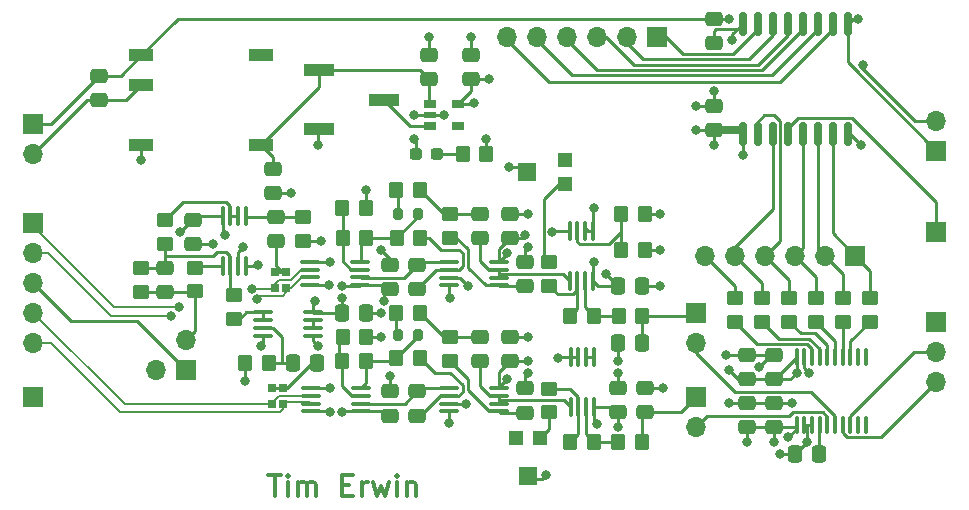
<source format=gtl>
G04 #@! TF.GenerationSoftware,KiCad,Pcbnew,7.0.8*
G04 #@! TF.CreationDate,2024-04-12T14:18:42-07:00*
G04 #@! TF.ProjectId,2-channel-EEG,322d6368-616e-46e6-956c-2d4545472e6b,rev?*
G04 #@! TF.SameCoordinates,Original*
G04 #@! TF.FileFunction,Copper,L1,Top*
G04 #@! TF.FilePolarity,Positive*
%FSLAX46Y46*%
G04 Gerber Fmt 4.6, Leading zero omitted, Abs format (unit mm)*
G04 Created by KiCad (PCBNEW 7.0.8) date 2024-04-12 14:18:42*
%MOMM*%
%LPD*%
G01*
G04 APERTURE LIST*
G04 Aperture macros list*
%AMRoundRect*
0 Rectangle with rounded corners*
0 $1 Rounding radius*
0 $2 $3 $4 $5 $6 $7 $8 $9 X,Y pos of 4 corners*
0 Add a 4 corners polygon primitive as box body*
4,1,4,$2,$3,$4,$5,$6,$7,$8,$9,$2,$3,0*
0 Add four circle primitives for the rounded corners*
1,1,$1+$1,$2,$3*
1,1,$1+$1,$4,$5*
1,1,$1+$1,$6,$7*
1,1,$1+$1,$8,$9*
0 Add four rect primitives between the rounded corners*
20,1,$1+$1,$2,$3,$4,$5,0*
20,1,$1+$1,$4,$5,$6,$7,0*
20,1,$1+$1,$6,$7,$8,$9,0*
20,1,$1+$1,$8,$9,$2,$3,0*%
G04 Aperture macros list end*
%ADD10C,0.300000*%
G04 #@! TA.AperFunction,NonConductor*
%ADD11C,0.300000*%
G04 #@! TD*
G04 #@! TA.AperFunction,SMDPad,CuDef*
%ADD12RoundRect,0.250000X-0.475000X0.337500X-0.475000X-0.337500X0.475000X-0.337500X0.475000X0.337500X0*%
G04 #@! TD*
G04 #@! TA.AperFunction,SMDPad,CuDef*
%ADD13RoundRect,0.200000X0.200000X0.275000X-0.200000X0.275000X-0.200000X-0.275000X0.200000X-0.275000X0*%
G04 #@! TD*
G04 #@! TA.AperFunction,ComponentPad*
%ADD14R,1.700000X1.700000*%
G04 #@! TD*
G04 #@! TA.AperFunction,ComponentPad*
%ADD15O,1.700000X1.700000*%
G04 #@! TD*
G04 #@! TA.AperFunction,SMDPad,CuDef*
%ADD16RoundRect,0.250000X0.350000X0.450000X-0.350000X0.450000X-0.350000X-0.450000X0.350000X-0.450000X0*%
G04 #@! TD*
G04 #@! TA.AperFunction,SMDPad,CuDef*
%ADD17RoundRect,0.250000X-0.450000X0.350000X-0.450000X-0.350000X0.450000X-0.350000X0.450000X0.350000X0*%
G04 #@! TD*
G04 #@! TA.AperFunction,SMDPad,CuDef*
%ADD18RoundRect,0.100000X-0.712500X-0.100000X0.712500X-0.100000X0.712500X0.100000X-0.712500X0.100000X0*%
G04 #@! TD*
G04 #@! TA.AperFunction,SMDPad,CuDef*
%ADD19RoundRect,0.250000X-0.350000X-0.450000X0.350000X-0.450000X0.350000X0.450000X-0.350000X0.450000X0*%
G04 #@! TD*
G04 #@! TA.AperFunction,SMDPad,CuDef*
%ADD20RoundRect,0.250000X0.337500X0.475000X-0.337500X0.475000X-0.337500X-0.475000X0.337500X-0.475000X0*%
G04 #@! TD*
G04 #@! TA.AperFunction,SMDPad,CuDef*
%ADD21RoundRect,0.100000X-0.100000X0.712500X-0.100000X-0.712500X0.100000X-0.712500X0.100000X0.712500X0*%
G04 #@! TD*
G04 #@! TA.AperFunction,SMDPad,CuDef*
%ADD22RoundRect,0.250000X0.475000X-0.337500X0.475000X0.337500X-0.475000X0.337500X-0.475000X-0.337500X0*%
G04 #@! TD*
G04 #@! TA.AperFunction,SMDPad,CuDef*
%ADD23RoundRect,0.100000X0.100000X-0.637500X0.100000X0.637500X-0.100000X0.637500X-0.100000X-0.637500X0*%
G04 #@! TD*
G04 #@! TA.AperFunction,SMDPad,CuDef*
%ADD24RoundRect,0.250000X0.450000X-0.350000X0.450000X0.350000X-0.450000X0.350000X-0.450000X-0.350000X0*%
G04 #@! TD*
G04 #@! TA.AperFunction,SMDPad,CuDef*
%ADD25RoundRect,0.150000X0.150000X-0.875000X0.150000X0.875000X-0.150000X0.875000X-0.150000X-0.875000X0*%
G04 #@! TD*
G04 #@! TA.AperFunction,SMDPad,CuDef*
%ADD26RoundRect,0.250000X-0.337500X-0.475000X0.337500X-0.475000X0.337500X0.475000X-0.337500X0.475000X0*%
G04 #@! TD*
G04 #@! TA.AperFunction,SMDPad,CuDef*
%ADD27R,2.100000X1.000000*%
G04 #@! TD*
G04 #@! TA.AperFunction,SMDPad,CuDef*
%ADD28R,2.500000X1.000000*%
G04 #@! TD*
G04 #@! TA.AperFunction,SMDPad,CuDef*
%ADD29R,0.640000X0.700000*%
G04 #@! TD*
G04 #@! TA.AperFunction,SMDPad,CuDef*
%ADD30R,1.200000X1.200000*%
G04 #@! TD*
G04 #@! TA.AperFunction,SMDPad,CuDef*
%ADD31R,1.500000X1.600000*%
G04 #@! TD*
G04 #@! TA.AperFunction,SMDPad,CuDef*
%ADD32R,1.600000X1.500000*%
G04 #@! TD*
G04 #@! TA.AperFunction,SMDPad,CuDef*
%ADD33R,1.000000X0.800000*%
G04 #@! TD*
G04 #@! TA.AperFunction,SMDPad,CuDef*
%ADD34R,1.000000X0.600000*%
G04 #@! TD*
G04 #@! TA.AperFunction,SMDPad,CuDef*
%ADD35RoundRect,0.237500X-0.287500X-0.237500X0.287500X-0.237500X0.287500X0.237500X-0.287500X0.237500X0*%
G04 #@! TD*
G04 #@! TA.AperFunction,SMDPad,CuDef*
%ADD36RoundRect,0.100000X0.100000X-0.712500X0.100000X0.712500X-0.100000X0.712500X-0.100000X-0.712500X0*%
G04 #@! TD*
G04 #@! TA.AperFunction,ViaPad*
%ADD37C,0.800000*%
G04 #@! TD*
G04 #@! TA.AperFunction,Conductor*
%ADD38C,0.250000*%
G04 #@! TD*
G04 #@! TA.AperFunction,Conductor*
%ADD39C,0.700000*%
G04 #@! TD*
G04 #@! TA.AperFunction,Conductor*
%ADD40C,0.200000*%
G04 #@! TD*
G04 APERTURE END LIST*
D10*
D11*
X146672796Y-121154114D02*
X147701368Y-121154114D01*
X147187082Y-122954114D02*
X147187082Y-121154114D01*
X148301368Y-122954114D02*
X148301368Y-121754114D01*
X148301368Y-121154114D02*
X148215654Y-121239828D01*
X148215654Y-121239828D02*
X148301368Y-121325542D01*
X148301368Y-121325542D02*
X148387082Y-121239828D01*
X148387082Y-121239828D02*
X148301368Y-121154114D01*
X148301368Y-121154114D02*
X148301368Y-121325542D01*
X149158511Y-122954114D02*
X149158511Y-121754114D01*
X149158511Y-121925542D02*
X149244225Y-121839828D01*
X149244225Y-121839828D02*
X149415654Y-121754114D01*
X149415654Y-121754114D02*
X149672797Y-121754114D01*
X149672797Y-121754114D02*
X149844225Y-121839828D01*
X149844225Y-121839828D02*
X149929940Y-122011257D01*
X149929940Y-122011257D02*
X149929940Y-122954114D01*
X149929940Y-122011257D02*
X150015654Y-121839828D01*
X150015654Y-121839828D02*
X150187082Y-121754114D01*
X150187082Y-121754114D02*
X150444225Y-121754114D01*
X150444225Y-121754114D02*
X150615654Y-121839828D01*
X150615654Y-121839828D02*
X150701368Y-122011257D01*
X150701368Y-122011257D02*
X150701368Y-122954114D01*
X152929940Y-122011257D02*
X153529940Y-122011257D01*
X153787083Y-122954114D02*
X152929940Y-122954114D01*
X152929940Y-122954114D02*
X152929940Y-121154114D01*
X152929940Y-121154114D02*
X153787083Y-121154114D01*
X154558511Y-122954114D02*
X154558511Y-121754114D01*
X154558511Y-122096971D02*
X154644225Y-121925542D01*
X154644225Y-121925542D02*
X154729940Y-121839828D01*
X154729940Y-121839828D02*
X154901368Y-121754114D01*
X154901368Y-121754114D02*
X155072797Y-121754114D01*
X155501368Y-121754114D02*
X155844226Y-122954114D01*
X155844226Y-122954114D02*
X156187083Y-122096971D01*
X156187083Y-122096971D02*
X156529940Y-122954114D01*
X156529940Y-122954114D02*
X156872797Y-121754114D01*
X157558511Y-122954114D02*
X157558511Y-121754114D01*
X157558511Y-121154114D02*
X157472797Y-121239828D01*
X157472797Y-121239828D02*
X157558511Y-121325542D01*
X157558511Y-121325542D02*
X157644225Y-121239828D01*
X157644225Y-121239828D02*
X157558511Y-121154114D01*
X157558511Y-121154114D02*
X157558511Y-121325542D01*
X158415654Y-121754114D02*
X158415654Y-122954114D01*
X158415654Y-121925542D02*
X158501368Y-121839828D01*
X158501368Y-121839828D02*
X158672797Y-121754114D01*
X158672797Y-121754114D02*
X158929940Y-121754114D01*
X158929940Y-121754114D02*
X159101368Y-121839828D01*
X159101368Y-121839828D02*
X159187083Y-122011257D01*
X159187083Y-122011257D02*
X159187083Y-122954114D01*
D12*
X164592000Y-99038500D03*
X164592000Y-101113500D03*
D13*
X159305000Y-109344453D03*
X157655000Y-109344453D03*
D14*
X196342000Y-102616000D03*
D15*
X193802000Y-102616000D03*
X191262000Y-102616000D03*
X188722000Y-102616000D03*
X186182000Y-102616000D03*
X183642000Y-102616000D03*
D12*
X168402000Y-103102500D03*
X168402000Y-105177500D03*
D14*
X126746000Y-114554000D03*
D16*
X154940000Y-101092000D03*
X152940000Y-101092000D03*
D17*
X143764000Y-105934000D03*
X143764000Y-107934000D03*
D16*
X154924000Y-111506000D03*
X152924000Y-111506000D03*
D18*
X146223500Y-107412000D03*
X146223500Y-108062000D03*
X146223500Y-108712000D03*
X146223500Y-109362000D03*
X150448500Y-109362000D03*
X150448500Y-108712000D03*
X150448500Y-108062000D03*
X150448500Y-107412000D03*
D19*
X172228000Y-118364000D03*
X174228000Y-118364000D03*
D20*
X154961500Y-107442000D03*
X152886500Y-107442000D03*
D13*
X159321000Y-99060000D03*
X157671000Y-99060000D03*
D21*
X174122500Y-100503500D03*
X173472500Y-100503500D03*
X172822500Y-100503500D03*
X172172500Y-100503500D03*
X172172500Y-104728500D03*
X172822500Y-104728500D03*
X173472500Y-104728500D03*
X174122500Y-104728500D03*
D17*
X190754000Y-106188000D03*
X190754000Y-108188000D03*
D12*
X160274000Y-85576500D03*
X160274000Y-87651500D03*
X189484000Y-115040500D03*
X189484000Y-117115500D03*
D22*
X184404000Y-91969500D03*
X184404000Y-89894500D03*
D12*
X189484000Y-110976500D03*
X189484000Y-113051500D03*
X187198000Y-110976500D03*
X187198000Y-113051500D03*
X159258000Y-103356500D03*
X159258000Y-105431500D03*
D23*
X191385000Y-116908500D03*
X192035000Y-116908500D03*
X192685000Y-116908500D03*
X193335000Y-116908500D03*
X193985000Y-116908500D03*
X194635000Y-116908500D03*
X195285000Y-116908500D03*
X195935000Y-116908500D03*
X196585000Y-116908500D03*
X197235000Y-116908500D03*
X197235000Y-111183500D03*
X196585000Y-111183500D03*
X195935000Y-111183500D03*
X195285000Y-111183500D03*
X194635000Y-111183500D03*
X193985000Y-111183500D03*
X193335000Y-111183500D03*
X192685000Y-111183500D03*
X192035000Y-111183500D03*
X191385000Y-111183500D03*
D24*
X170434000Y-115848250D03*
X170434000Y-113848250D03*
D25*
X186817000Y-92280000D03*
X188087000Y-92280000D03*
X189357000Y-92280000D03*
X190627000Y-92280000D03*
X191897000Y-92280000D03*
X193167000Y-92280000D03*
X194437000Y-92280000D03*
X195707000Y-92280000D03*
X195707000Y-82980000D03*
X194437000Y-82980000D03*
X193167000Y-82980000D03*
X191897000Y-82980000D03*
X190627000Y-82980000D03*
X189357000Y-82980000D03*
X188087000Y-82980000D03*
X186817000Y-82980000D03*
D12*
X132334000Y-87354500D03*
X132334000Y-89429500D03*
D18*
X150287500Y-113833000D03*
X150287500Y-114483000D03*
X150287500Y-115133000D03*
X150287500Y-115783000D03*
X154512500Y-115783000D03*
X154512500Y-115133000D03*
X154512500Y-114483000D03*
X154512500Y-113833000D03*
D22*
X184404000Y-84603500D03*
X184404000Y-82528500D03*
D26*
X176254500Y-109982000D03*
X178329500Y-109982000D03*
X176254500Y-105156000D03*
X178329500Y-105156000D03*
D17*
X188468000Y-106188000D03*
X188468000Y-108188000D03*
D14*
X203200000Y-100584000D03*
D17*
X186182000Y-106188000D03*
X186182000Y-108188000D03*
D27*
X135920000Y-85598000D03*
X135920000Y-88138000D03*
X135920000Y-93218000D03*
X146020000Y-93218000D03*
X146020000Y-85598000D03*
D22*
X140320000Y-101621500D03*
X140320000Y-99546500D03*
D19*
X152940000Y-109474000D03*
X154940000Y-109474000D03*
D28*
X150920000Y-86908000D03*
X156420000Y-89408000D03*
X150920000Y-91908000D03*
D14*
X139700000Y-112268000D03*
D15*
X139700000Y-109728000D03*
X137160000Y-112268000D03*
D16*
X159480000Y-111252000D03*
X157480000Y-111252000D03*
D12*
X156972000Y-103356500D03*
X156972000Y-105431500D03*
D16*
X159480000Y-107442000D03*
X157480000Y-107442000D03*
D29*
X148160500Y-103956000D03*
X147220500Y-103956000D03*
X147220500Y-105356000D03*
X148160500Y-105356000D03*
D30*
X171780000Y-96504000D03*
D31*
X168530000Y-95504000D03*
D30*
X171780000Y-94504000D03*
D17*
X195326000Y-106204000D03*
X195326000Y-108204000D03*
X137922000Y-99584000D03*
X137922000Y-101584000D03*
D18*
X161971500Y-103165000D03*
X161971500Y-103815000D03*
X161971500Y-104465000D03*
X161971500Y-105115000D03*
X166196500Y-105115000D03*
X166196500Y-104465000D03*
X166196500Y-103815000D03*
X166196500Y-103165000D03*
D14*
X182880000Y-107437000D03*
D15*
X182880000Y-109977000D03*
D14*
X203200000Y-108204000D03*
D15*
X203200000Y-110744000D03*
X203200000Y-113284000D03*
D24*
X140462000Y-105632000D03*
X140462000Y-103632000D03*
D18*
X150228500Y-103124000D03*
X150228500Y-103774000D03*
X150228500Y-104424000D03*
X150228500Y-105074000D03*
X154453500Y-105074000D03*
X154453500Y-104424000D03*
X154453500Y-103774000D03*
X154453500Y-103124000D03*
D12*
X163830000Y-85576500D03*
X163830000Y-87651500D03*
X164592000Y-109452500D03*
X164592000Y-111527500D03*
D16*
X159496000Y-97028000D03*
X157496000Y-97028000D03*
D24*
X162052000Y-111506000D03*
X162052000Y-109506000D03*
D22*
X176276000Y-115845500D03*
X176276000Y-113770500D03*
D24*
X162052000Y-101076000D03*
X162052000Y-99076000D03*
D17*
X170434000Y-103140000D03*
X170434000Y-105140000D03*
D22*
X137922000Y-105685500D03*
X137922000Y-103610500D03*
D16*
X178308000Y-107696000D03*
X176308000Y-107696000D03*
D12*
X159258000Y-114064750D03*
X159258000Y-116139750D03*
D21*
X174203000Y-111171500D03*
X173553000Y-111171500D03*
X172903000Y-111171500D03*
X172253000Y-111171500D03*
X172253000Y-115396500D03*
X172903000Y-115396500D03*
X173553000Y-115396500D03*
X174203000Y-115396500D03*
D18*
X161971500Y-113833000D03*
X161971500Y-114483000D03*
X161971500Y-115133000D03*
X161971500Y-115783000D03*
X166196500Y-115783000D03*
X166196500Y-115133000D03*
X166196500Y-114483000D03*
X166196500Y-113833000D03*
D26*
X148742000Y-111689000D03*
X150817000Y-111689000D03*
D30*
X169656000Y-118034000D03*
D32*
X168656000Y-121284000D03*
D30*
X167656000Y-118034000D03*
D15*
X126746000Y-93975000D03*
D14*
X126746000Y-91435000D03*
D17*
X193040000Y-106188000D03*
X193040000Y-108188000D03*
X197612000Y-106188000D03*
X197612000Y-108188000D03*
D12*
X187198000Y-115040500D03*
X187198000Y-117115500D03*
X156972000Y-114064750D03*
X156972000Y-116139750D03*
D19*
X152908000Y-98552000D03*
X154908000Y-98552000D03*
X176546000Y-102108000D03*
X178546000Y-102108000D03*
D12*
X168402000Y-113810750D03*
X168402000Y-115885750D03*
D24*
X135890000Y-105648000D03*
X135890000Y-103648000D03*
X149606000Y-101346000D03*
X149606000Y-99346000D03*
D19*
X172228000Y-107696000D03*
X174228000Y-107696000D03*
D14*
X126746000Y-99822000D03*
D15*
X126746000Y-102362000D03*
X126746000Y-104902000D03*
X126746000Y-107442000D03*
X126746000Y-109982000D03*
D16*
X159512000Y-101092000D03*
X157512000Y-101092000D03*
D15*
X203200000Y-91186000D03*
D14*
X203200000Y-93726000D03*
D12*
X167132000Y-109452500D03*
X167132000Y-111527500D03*
D14*
X182880000Y-114554000D03*
D15*
X182880000Y-117094000D03*
D19*
X144715500Y-111689000D03*
X146715500Y-111689000D03*
D22*
X147066000Y-97303500D03*
X147066000Y-95228500D03*
D33*
X160344000Y-89728000D03*
D34*
X160344000Y-90678000D03*
D33*
X160344000Y-91628000D03*
X162744000Y-91628000D03*
X162744000Y-89728000D03*
D29*
X147906500Y-113792000D03*
X146966500Y-113792000D03*
X146966500Y-115192000D03*
X147906500Y-115192000D03*
D12*
X147320000Y-99292500D03*
X147320000Y-101367500D03*
D16*
X178292000Y-118364000D03*
X176292000Y-118364000D03*
X178546000Y-99060000D03*
X176546000Y-99060000D03*
D20*
X193315500Y-119380000D03*
X191240500Y-119380000D03*
D12*
X178562000Y-113770500D03*
X178562000Y-115845500D03*
D14*
X179578000Y-84074000D03*
D15*
X177038000Y-84074000D03*
X174498000Y-84074000D03*
X171958000Y-84074000D03*
X169418000Y-84074000D03*
X166878000Y-84074000D03*
D12*
X167132000Y-99038500D03*
X167132000Y-101113500D03*
D19*
X163100000Y-93980000D03*
X165100000Y-93980000D03*
D35*
X159161000Y-93980000D03*
X160911000Y-93980000D03*
D36*
X142789000Y-103458500D03*
X143439000Y-103458500D03*
X144089000Y-103458500D03*
X144739000Y-103458500D03*
X144739000Y-99233500D03*
X144089000Y-99233500D03*
X143439000Y-99233500D03*
X142789000Y-99233500D03*
D37*
X185674000Y-82550000D03*
X196596000Y-82550000D03*
X156210000Y-107442000D03*
X163830000Y-84074000D03*
X150876000Y-110236000D03*
X156210000Y-102108000D03*
X191008000Y-115062000D03*
X145796000Y-103378000D03*
X179832000Y-105156000D03*
X151833000Y-105115000D03*
X160274000Y-84074000D03*
X159004000Y-92710000D03*
X188214000Y-112014000D03*
X141986000Y-101600000D03*
X196850000Y-93218000D03*
X161971500Y-116759500D03*
X146050000Y-110236000D03*
X162052000Y-106172000D03*
X185674000Y-115062000D03*
X150876000Y-93218000D03*
X135890000Y-94488000D03*
X170688000Y-100584000D03*
X185420000Y-110998000D03*
X156972000Y-112776000D03*
X168656000Y-99060000D03*
X189992000Y-119380000D03*
X151892000Y-115824000D03*
X151892000Y-113792000D03*
X179832000Y-99060000D03*
X159004000Y-90678000D03*
X192409000Y-112522000D03*
X148590000Y-97282000D03*
X192278000Y-118364000D03*
X161544000Y-90678000D03*
X151892000Y-103124000D03*
X176276000Y-112522000D03*
X168656000Y-109474000D03*
X184404000Y-88646000D03*
X182880000Y-89916000D03*
X171196000Y-111252000D03*
X156464000Y-106426000D03*
X139192000Y-100584000D03*
X184404000Y-93218000D03*
X165354000Y-87630000D03*
X166878000Y-113030000D03*
X143002000Y-100838000D03*
X191393000Y-112522000D03*
X168656000Y-111506000D03*
X182880000Y-91948000D03*
X174498000Y-116840000D03*
X165100000Y-92710000D03*
X168402000Y-100838000D03*
X189484000Y-118364000D03*
X176276000Y-117064500D03*
X166878000Y-102362000D03*
X152908000Y-106172000D03*
X186817000Y-94107000D03*
X152908000Y-115824000D03*
X187198000Y-118364000D03*
X179832000Y-102108000D03*
X175260000Y-104140000D03*
X150622000Y-106426000D03*
X185674000Y-112268000D03*
X164084000Y-89662000D03*
X190650973Y-117983198D03*
X174244000Y-103124000D03*
X152908000Y-105156000D03*
X176276000Y-111506000D03*
X144715500Y-113219500D03*
X163576000Y-105156000D03*
X167004000Y-95124000D03*
X180086000Y-113792000D03*
X168656000Y-101854000D03*
X163393000Y-115133000D03*
X144526000Y-101854000D03*
X168656000Y-112562250D03*
X156210000Y-109474000D03*
X174244000Y-98552000D03*
X151130000Y-101346000D03*
X170180000Y-121158000D03*
X154940000Y-97028000D03*
X145288000Y-105410000D03*
X139136755Y-106934000D03*
X145734991Y-106303982D03*
X138430000Y-107696000D03*
X185928000Y-84328000D03*
X196981299Y-86482701D03*
D38*
X147066000Y-95228500D02*
X147066000Y-94264000D01*
X147066000Y-94264000D02*
X146020000Y-93218000D01*
X182880000Y-114554000D02*
X181588500Y-115845500D01*
X181588500Y-115845500D02*
X178562000Y-115845500D01*
X203200000Y-113284000D02*
X198513000Y-117971000D01*
X195285000Y-117597042D02*
X195285000Y-116908500D01*
X198513000Y-117971000D02*
X195658958Y-117971000D01*
X195658958Y-117971000D02*
X195285000Y-117597042D01*
X184404000Y-82528500D02*
X138989500Y-82528500D01*
X196137000Y-82550000D02*
X195707000Y-82980000D01*
X184404000Y-82528500D02*
X185652500Y-82528500D01*
X134163500Y-87354500D02*
X135920000Y-85598000D01*
X138989500Y-82528500D02*
X135920000Y-85598000D01*
X185652500Y-82528500D02*
X185674000Y-82550000D01*
X128253500Y-91435000D02*
X132334000Y-87354500D01*
X126746000Y-91435000D02*
X128253500Y-91435000D01*
X195707000Y-86233000D02*
X203200000Y-93726000D01*
X132334000Y-87354500D02*
X134163500Y-87354500D01*
X196596000Y-82550000D02*
X196137000Y-82550000D01*
X195707000Y-82980000D02*
X195707000Y-86233000D01*
X134628500Y-89429500D02*
X135920000Y-88138000D01*
X131291500Y-89429500D02*
X126746000Y-93975000D01*
X132334000Y-89429500D02*
X134628500Y-89429500D01*
X132334000Y-89429500D02*
X131291500Y-89429500D01*
X195707000Y-92280000D02*
X195912000Y-92280000D01*
X191240500Y-119380000D02*
X189992000Y-119380000D01*
X195912000Y-92280000D02*
X196850000Y-93218000D01*
X159004000Y-92710000D02*
X159161000Y-92867000D01*
X187198000Y-115040500D02*
X189484000Y-115040500D01*
X144739000Y-103458500D02*
X145715500Y-103458500D01*
X140320000Y-101621500D02*
X141964500Y-101621500D01*
X192035000Y-111183500D02*
X192035000Y-112148000D01*
X172172500Y-100503500D02*
X170768500Y-100503500D01*
X159004000Y-90678000D02*
X160344000Y-90678000D01*
X150287500Y-113833000D02*
X151851000Y-113833000D01*
X192278000Y-116908500D02*
X192685000Y-116908500D01*
X185441500Y-110976500D02*
X185420000Y-110998000D01*
X189251500Y-110976500D02*
X188214000Y-112014000D01*
X168634500Y-109452500D02*
X168656000Y-109474000D01*
X150876000Y-93218000D02*
X150876000Y-91952000D01*
X178562000Y-99060000D02*
X179832000Y-99060000D01*
X150228500Y-105074000D02*
X150268000Y-105074000D01*
X156972000Y-114064750D02*
X156972000Y-112776000D01*
X167132000Y-99038500D02*
X168634500Y-99038500D01*
X156972000Y-102870000D02*
X156972000Y-103356500D01*
X147066000Y-97303500D02*
X147253500Y-97303500D01*
X170768500Y-100503500D02*
X170688000Y-100584000D01*
X161971500Y-116759500D02*
X161971500Y-115783000D01*
X135920000Y-94458000D02*
X135920000Y-93218000D01*
X189484000Y-110976500D02*
X189251500Y-110976500D01*
X192278000Y-116908500D02*
X192278000Y-118364000D01*
X135890000Y-94488000D02*
X135920000Y-94458000D01*
X192256500Y-118364000D02*
X191240500Y-119380000D01*
X147253500Y-97303500D02*
X147253500Y-97282000D01*
X187198000Y-115040500D02*
X185695500Y-115040500D01*
X156210000Y-102108000D02*
X156972000Y-102870000D01*
X190986500Y-115040500D02*
X191008000Y-115062000D01*
X150876000Y-110236000D02*
X150448500Y-109808500D01*
X187198000Y-110976500D02*
X189484000Y-110976500D01*
X154961500Y-107442000D02*
X156210000Y-107442000D01*
X187198000Y-110976500D02*
X185441500Y-110976500D01*
X151851000Y-113833000D02*
X151892000Y-113792000D01*
X146223500Y-110062500D02*
X146050000Y-110236000D01*
X150876000Y-91952000D02*
X150920000Y-91908000D01*
X192278000Y-118364000D02*
X192256500Y-118364000D01*
X150309000Y-105115000D02*
X151833000Y-105115000D01*
X141964500Y-101621500D02*
X141986000Y-101600000D01*
X150287500Y-103165000D02*
X151851000Y-103165000D01*
X161971500Y-105115000D02*
X161971500Y-106091500D01*
X171276500Y-111171500D02*
X171196000Y-111252000D01*
X168634500Y-99038500D02*
X168656000Y-99060000D01*
X185695500Y-115040500D02*
X185674000Y-115062000D01*
X150448500Y-109808500D02*
X150448500Y-109362000D01*
X192035000Y-116908500D02*
X192278000Y-116908500D01*
X172720000Y-111171500D02*
X172253000Y-111171500D01*
X172253000Y-111171500D02*
X171276500Y-111171500D01*
X159161000Y-92867000D02*
X159161000Y-93980000D01*
X182901500Y-89894500D02*
X182880000Y-89916000D01*
X161971500Y-106091500D02*
X162052000Y-106172000D01*
X150287500Y-115783000D02*
X151851000Y-115783000D01*
X167132000Y-109452500D02*
X168634500Y-109452500D01*
X148568500Y-97303500D02*
X148590000Y-97282000D01*
X176276000Y-113770500D02*
X176276000Y-112522000D01*
X146223500Y-109362000D02*
X146223500Y-110062500D01*
X160344000Y-90678000D02*
X161544000Y-90678000D01*
X192035000Y-112148000D02*
X192409000Y-112522000D01*
X163830000Y-85576500D02*
X163830000Y-84074000D01*
X150268000Y-105074000D02*
X150309000Y-105115000D01*
X147066000Y-97303500D02*
X148568500Y-97303500D01*
X145715500Y-103458500D02*
X145796000Y-103378000D01*
X178329500Y-105156000D02*
X179832000Y-105156000D01*
X178546000Y-99060000D02*
X178562000Y-99060000D01*
X160274000Y-85576500D02*
X160274000Y-84074000D01*
X184404000Y-89894500D02*
X182901500Y-89894500D01*
X151851000Y-115783000D02*
X151892000Y-115824000D01*
X184404000Y-89894500D02*
X184404000Y-88646000D01*
X151851000Y-103165000D02*
X151892000Y-103124000D01*
X189484000Y-115040500D02*
X190986500Y-115040500D01*
X175827000Y-115396500D02*
X176276000Y-115845500D01*
X168634500Y-111527500D02*
X167132000Y-111527500D01*
X152908000Y-105156000D02*
X154371500Y-105156000D01*
X140229500Y-99546500D02*
X139192000Y-100584000D01*
X154512500Y-115783000D02*
X152949000Y-115783000D01*
X156614500Y-105074000D02*
X156972000Y-105431500D01*
X174203000Y-116545000D02*
X174498000Y-116840000D01*
X184404000Y-91969500D02*
X182901500Y-91969500D01*
X166196500Y-112463000D02*
X167132000Y-111527500D01*
X150478500Y-107442000D02*
X150448500Y-107412000D01*
X174550000Y-105156000D02*
X174122500Y-104728500D01*
X189484000Y-117115500D02*
X191178000Y-117115500D01*
X163830000Y-87651500D02*
X165332500Y-87651500D01*
X178546000Y-102108000D02*
X179832000Y-102108000D01*
X164018000Y-89728000D02*
X164084000Y-89662000D01*
X163830000Y-87651500D02*
X163830000Y-88642000D01*
X142789000Y-99233500D02*
X142789000Y-100625000D01*
X189484000Y-113051500D02*
X190863500Y-113051500D01*
D39*
X184404000Y-91969500D02*
X186506500Y-91969500D01*
D38*
X174203000Y-115396500D02*
X175827000Y-115396500D01*
X187198000Y-113051500D02*
X186457500Y-113051500D01*
X168656000Y-111506000D02*
X168634500Y-111527500D01*
X189484000Y-113051500D02*
X189517000Y-113051500D01*
X186817000Y-94107000D02*
X186817000Y-92280000D01*
X176254500Y-105156000D02*
X174550000Y-105156000D01*
X187198000Y-117115500D02*
X189484000Y-117115500D01*
X154453500Y-105074000D02*
X156614500Y-105074000D01*
X166196500Y-102049000D02*
X167132000Y-101113500D01*
X152886500Y-107442000D02*
X152886500Y-106193500D01*
X175260000Y-104140000D02*
X176254500Y-105134500D01*
X150448500Y-106599500D02*
X150622000Y-106426000D01*
X190650973Y-117983198D02*
X191385000Y-117249171D01*
X166196500Y-113711500D02*
X166196500Y-113833000D01*
X142789000Y-99233500D02*
X140564000Y-99233500D01*
X140320000Y-99546500D02*
X140440500Y-99546500D01*
X176276000Y-115845500D02*
X176276000Y-117064500D01*
X182901500Y-91969500D02*
X182880000Y-91948000D01*
X156615250Y-115783000D02*
X156972000Y-116139750D01*
X174203000Y-115396500D02*
X174203000Y-116545000D01*
X165332500Y-87651500D02*
X165354000Y-87630000D01*
X186457500Y-113051500D02*
X185674000Y-112268000D01*
X140320000Y-99546500D02*
X140229500Y-99546500D01*
X165100000Y-93980000D02*
X165100000Y-92710000D01*
X189484000Y-117115500D02*
X189484000Y-118364000D01*
X166196500Y-103165000D02*
X166196500Y-102049000D01*
X168402000Y-100838000D02*
X168126500Y-101113500D01*
X166878000Y-113030000D02*
X166196500Y-113711500D01*
X162744000Y-89728000D02*
X164018000Y-89728000D01*
X166878000Y-102483500D02*
X166196500Y-103165000D01*
X156464000Y-106426000D02*
X156464000Y-105939500D01*
X189517000Y-113051500D02*
X191385000Y-111183500D01*
X154512500Y-115783000D02*
X156615250Y-115783000D01*
X152886500Y-106193500D02*
X152908000Y-106172000D01*
X142789000Y-100625000D02*
X143002000Y-100838000D01*
X152949000Y-115783000D02*
X152908000Y-115824000D01*
X187198000Y-113051500D02*
X189484000Y-113051500D01*
X186506500Y-91969500D02*
X186817000Y-92280000D01*
X184404000Y-93218000D02*
X184404000Y-91969500D01*
X191178000Y-117115500D02*
X191385000Y-116908500D01*
X167153500Y-111506000D02*
X167132000Y-111527500D01*
X154371500Y-105156000D02*
X154453500Y-105074000D01*
X166878000Y-102362000D02*
X166878000Y-102483500D01*
X166196500Y-113579000D02*
X166196500Y-112463000D01*
X187198000Y-117115500D02*
X187198000Y-118364000D01*
X190863500Y-113051500D02*
X191393000Y-112522000D01*
X152886500Y-107442000D02*
X150478500Y-107442000D01*
X191385000Y-117249171D02*
X191385000Y-116908500D01*
X174122500Y-103245500D02*
X174244000Y-103124000D01*
X191385000Y-111183500D02*
X191385000Y-112514000D01*
X168126500Y-101113500D02*
X167132000Y-101113500D01*
X156464000Y-105939500D02*
X156972000Y-105431500D01*
X150448500Y-107412000D02*
X150448500Y-106599500D01*
X163808500Y-87630000D02*
X163830000Y-87651500D01*
X191385000Y-112514000D02*
X191393000Y-112522000D01*
X176254500Y-105134500D02*
X176254500Y-105156000D01*
X174122500Y-104728500D02*
X174122500Y-103245500D01*
X163830000Y-88642000D02*
X162744000Y-89728000D01*
X140564000Y-99233500D02*
X140483500Y-99314000D01*
X161159000Y-114483000D02*
X161971500Y-114483000D01*
X162074042Y-112522000D02*
X160750000Y-112522000D01*
X159258000Y-116139750D02*
X159502250Y-116139750D01*
X162735042Y-114483000D02*
X163109000Y-114109042D01*
X159502250Y-116139750D02*
X161159000Y-114483000D01*
X161971500Y-114483000D02*
X162735042Y-114483000D01*
X163109000Y-113556958D02*
X162074042Y-112522000D01*
X160750000Y-112522000D02*
X159480000Y-111252000D01*
X163109000Y-114109042D02*
X163109000Y-113556958D01*
X160874500Y-103815000D02*
X161971500Y-103815000D01*
X160274000Y-101092000D02*
X161290000Y-102108000D01*
X163109000Y-102403000D02*
X163109000Y-103490000D01*
X159258000Y-105431500D02*
X160874500Y-103815000D01*
X161290000Y-102108000D02*
X162814000Y-102108000D01*
X163109000Y-103490000D02*
X162784000Y-103815000D01*
X162784000Y-103815000D02*
X161971500Y-103815000D01*
X162814000Y-102108000D02*
X163109000Y-102403000D01*
X159512000Y-101092000D02*
X160274000Y-101092000D01*
X172228000Y-118364000D02*
X172187750Y-118364000D01*
X172903000Y-115396500D02*
X172903000Y-114584000D01*
X172903000Y-115396500D02*
X172903000Y-117689000D01*
X172903000Y-117689000D02*
X172228000Y-118364000D01*
X172167250Y-113848250D02*
X170434000Y-113848250D01*
X172903000Y-114584000D02*
X172167250Y-113848250D01*
X172497500Y-105866000D02*
X172822500Y-105541000D01*
X172228000Y-107696000D02*
X172822500Y-107101500D01*
X172822500Y-107101500D02*
X172822500Y-104728500D01*
X171160000Y-105866000D02*
X172497500Y-105866000D01*
X172822500Y-105541000D02*
X172822500Y-104728500D01*
X170434000Y-105140000D02*
X171160000Y-105866000D01*
X168402000Y-112816250D02*
X168656000Y-112562250D01*
X173736000Y-100503500D02*
X173472500Y-100503500D01*
X168402000Y-103102500D02*
X168402000Y-102108000D01*
X168402000Y-95124000D02*
X168530000Y-94996000D01*
X176254500Y-109982000D02*
X176254500Y-111484500D01*
X169800000Y-121538000D02*
X170180000Y-121158000D01*
X144089000Y-102291000D02*
X144089000Y-103458500D01*
X166878000Y-95250000D02*
X167004000Y-95124000D01*
X154940000Y-98520000D02*
X154908000Y-98552000D01*
X149606000Y-101346000D02*
X151130000Y-101346000D01*
X168402000Y-113810750D02*
X168402000Y-112816250D01*
X144526000Y-101854000D02*
X144089000Y-102291000D01*
X154448000Y-98552000D02*
X154432000Y-98552000D01*
X173736000Y-100503500D02*
X173354000Y-100121500D01*
X176254500Y-111484500D02*
X176276000Y-111506000D01*
X168656000Y-121538000D02*
X169800000Y-121538000D01*
X163393000Y-115133000D02*
X161971500Y-115133000D01*
X154940000Y-97028000D02*
X154940000Y-98520000D01*
X161971500Y-104465000D02*
X162885000Y-104465000D01*
X162885000Y-104465000D02*
X163576000Y-105156000D01*
X167004000Y-95124000D02*
X168402000Y-95124000D01*
X178562000Y-113770500D02*
X180064500Y-113770500D01*
X168402000Y-102108000D02*
X168656000Y-101854000D01*
X174122500Y-100503500D02*
X173736000Y-100503500D01*
X144715500Y-113219500D02*
X144715500Y-111689000D01*
X154940000Y-109474000D02*
X156210000Y-109474000D01*
X174122500Y-100503500D02*
X174122500Y-98673500D01*
X174122500Y-98673500D02*
X174244000Y-98552000D01*
X178292000Y-118364000D02*
X178292000Y-116115500D01*
X178292000Y-116115500D02*
X178562000Y-115845500D01*
X178329500Y-107717500D02*
X178308000Y-107696000D01*
X182621000Y-107696000D02*
X182880000Y-107437000D01*
X178308000Y-107696000D02*
X182621000Y-107696000D01*
X178308000Y-109960500D02*
X178329500Y-109982000D01*
X178308000Y-107696000D02*
X178308000Y-109960500D01*
X137884500Y-105648000D02*
X137922000Y-105685500D01*
X140408500Y-105685500D02*
X140462000Y-105632000D01*
X135890000Y-105648000D02*
X137884500Y-105648000D01*
X137922000Y-105685500D02*
X140408500Y-105685500D01*
X140462000Y-105632000D02*
X140462000Y-108966000D01*
X140462000Y-108966000D02*
X139700000Y-109728000D01*
X193315500Y-116928000D02*
X193335000Y-116908500D01*
X193315500Y-119380000D02*
X193315500Y-116928000D01*
X161036000Y-94105000D02*
X160911000Y-93980000D01*
X160911000Y-93980000D02*
X163100000Y-93980000D01*
D40*
X139216581Y-106854174D02*
X139216581Y-106594011D01*
X147574000Y-104648000D02*
X147220500Y-105001500D01*
X133604000Y-106934000D02*
X139136755Y-106934000D01*
X150228500Y-103774000D02*
X149436764Y-103774000D01*
X139136755Y-106934000D02*
X139216581Y-106854174D01*
X147166500Y-105410000D02*
X147220500Y-105356000D01*
X126746000Y-99822000D02*
X126746000Y-100076000D01*
X149436764Y-103774000D02*
X148562764Y-104648000D01*
X145288000Y-105410000D02*
X147166500Y-105410000D01*
X148562764Y-104648000D02*
X147574000Y-104648000D01*
X126746000Y-100076000D02*
X133604000Y-106934000D01*
X147220500Y-105001500D02*
X147220500Y-105356000D01*
X147860500Y-106006000D02*
X148160500Y-105706000D01*
X128016000Y-102362000D02*
X133350000Y-107696000D01*
X148160500Y-105356000D02*
X148568312Y-105356000D01*
X145734991Y-106303982D02*
X146032973Y-106006000D01*
X149500312Y-104424000D02*
X150228500Y-104424000D01*
X146032973Y-106006000D02*
X147860500Y-106006000D01*
X148568312Y-105356000D02*
X149500312Y-104424000D01*
X126746000Y-102362000D02*
X128016000Y-102362000D01*
X133350000Y-107696000D02*
X138430000Y-107696000D01*
X148160500Y-105706000D02*
X148160500Y-105356000D01*
D38*
X129965000Y-108121000D02*
X135553000Y-108121000D01*
X135553000Y-108121000D02*
X139700000Y-112268000D01*
X126746000Y-104902000D02*
X129965000Y-108121000D01*
D40*
X147906500Y-115542000D02*
X147906500Y-115192000D01*
X147606500Y-115842000D02*
X147906500Y-115542000D01*
X134130000Y-115842000D02*
X147606500Y-115842000D01*
X150154500Y-115000000D02*
X150287500Y-115133000D01*
X126746000Y-109982000D02*
X128270000Y-109982000D01*
X128270000Y-109982000D02*
X134130000Y-115842000D01*
X147906500Y-115000000D02*
X150154500Y-115000000D01*
X134496000Y-115192000D02*
X126746000Y-107442000D01*
X146966500Y-115192000D02*
X134496000Y-115192000D01*
X147521236Y-114483000D02*
X150287500Y-114483000D01*
X146966500Y-115192000D02*
X146966500Y-115037736D01*
X146966500Y-115037736D02*
X147521236Y-114483000D01*
D38*
X193611042Y-115846000D02*
X193985000Y-116219958D01*
X191108958Y-115846000D02*
X193611042Y-115846000D01*
X190751958Y-116203000D02*
X191108958Y-115846000D01*
X193985000Y-116219958D02*
X193985000Y-116908500D01*
X183771000Y-116203000D02*
X190751958Y-116203000D01*
X182880000Y-117094000D02*
X183771000Y-116203000D01*
X194635000Y-116171000D02*
X194635000Y-116908500D01*
X182880000Y-109977000D02*
X182880000Y-110822344D01*
X192592000Y-114128000D02*
X194635000Y-116171000D01*
X186185656Y-114128000D02*
X192592000Y-114128000D01*
X182880000Y-110822344D02*
X186185656Y-114128000D01*
X201362000Y-110744000D02*
X195935000Y-116171000D01*
X195935000Y-116171000D02*
X195935000Y-116908500D01*
X203200000Y-110744000D02*
X201362000Y-110744000D01*
X188664000Y-90678000D02*
X188087000Y-91255000D01*
X188087000Y-91255000D02*
X188087000Y-92280000D01*
X188722000Y-102616000D02*
X189982000Y-101356000D01*
X189982000Y-91208248D02*
X189451752Y-90678000D01*
X189451752Y-90678000D02*
X188664000Y-90678000D01*
X190754000Y-106188000D02*
X190754000Y-104648000D01*
X190754000Y-104648000D02*
X188722000Y-102616000D01*
X189982000Y-101356000D02*
X189982000Y-91208248D01*
X193040000Y-106188000D02*
X193040000Y-104394000D01*
X191897000Y-101981000D02*
X191897000Y-91518000D01*
X191262000Y-102616000D02*
X191897000Y-101981000D01*
X193040000Y-104394000D02*
X191262000Y-102616000D01*
X193802000Y-102616000D02*
X193167000Y-101981000D01*
X195326000Y-104140000D02*
X193802000Y-102616000D01*
X193167000Y-101981000D02*
X193167000Y-92280000D01*
X195326000Y-106204000D02*
X195326000Y-104140000D01*
X197612000Y-103886000D02*
X196342000Y-102616000D01*
X197612000Y-106188000D02*
X197612000Y-103886000D01*
X194437000Y-100711000D02*
X194437000Y-92280000D01*
X196342000Y-102616000D02*
X194437000Y-100711000D01*
X186182000Y-105156000D02*
X183642000Y-102616000D01*
X186182000Y-106188000D02*
X186182000Y-105156000D01*
X188468000Y-104902000D02*
X186182000Y-102616000D01*
X188468000Y-106188000D02*
X188468000Y-104902000D01*
X186182000Y-102616000D02*
X186182000Y-101854000D01*
X186182000Y-101854000D02*
X189357000Y-98679000D01*
X189357000Y-98679000D02*
X189357000Y-91518000D01*
X203200000Y-100584000D02*
X203200000Y-98076248D01*
X196053752Y-90930000D02*
X191518000Y-90930000D01*
X190627000Y-91821000D02*
X190627000Y-92280000D01*
X203200000Y-98076248D02*
X196053752Y-90930000D01*
X190754000Y-91645000D02*
X190627000Y-91518000D01*
X191518000Y-90930000D02*
X190627000Y-91821000D01*
X180340000Y-84074000D02*
X181782000Y-85516000D01*
X185977752Y-85516000D02*
X188087000Y-83406752D01*
X181782000Y-85516000D02*
X185977752Y-85516000D01*
X179578000Y-84074000D02*
X180340000Y-84074000D01*
X188087000Y-83406752D02*
X188087000Y-82980000D01*
X177038000Y-84582000D02*
X178422000Y-85966000D01*
X187338000Y-85966000D02*
X189357000Y-83947000D01*
X177038000Y-84074000D02*
X177038000Y-84582000D01*
X178422000Y-85966000D02*
X187338000Y-85966000D01*
X189357000Y-83947000D02*
X189357000Y-82980000D01*
X175260000Y-84074000D02*
X177602000Y-86416000D01*
X174498000Y-84074000D02*
X175260000Y-84074000D01*
X177602000Y-86416000D02*
X188158000Y-86416000D01*
X190627000Y-83947000D02*
X190627000Y-82980000D01*
X188158000Y-86416000D02*
X190627000Y-83947000D01*
X171958000Y-84328000D02*
X174496000Y-86866000D01*
X174496000Y-86866000D02*
X188437752Y-86866000D01*
X191897000Y-83406752D02*
X191897000Y-82980000D01*
X171958000Y-84074000D02*
X171958000Y-84328000D01*
X188437752Y-86866000D02*
X191897000Y-83406752D01*
X193167000Y-83439000D02*
X193167000Y-82980000D01*
X169418000Y-84074000D02*
X169418000Y-84328000D01*
X189290000Y-87316000D02*
X193167000Y-83439000D01*
X172406000Y-87316000D02*
X189290000Y-87316000D01*
X169418000Y-84328000D02*
X172406000Y-87316000D01*
X170434000Y-87884000D02*
X189959752Y-87884000D01*
X166878000Y-84074000D02*
X166878000Y-84328000D01*
X189959752Y-87884000D02*
X194437000Y-83406752D01*
X166878000Y-84328000D02*
X170434000Y-87884000D01*
X194437000Y-83406752D02*
X194437000Y-82980000D01*
X152924000Y-111506000D02*
X152924000Y-113658042D01*
X152670000Y-111252000D02*
X152924000Y-111506000D01*
X153748958Y-114483000D02*
X154512500Y-114483000D01*
X152924000Y-113658042D02*
X153748958Y-114483000D01*
X152670000Y-109220000D02*
X152670000Y-111252000D01*
X165059000Y-105115000D02*
X166196500Y-105115000D01*
X163559000Y-102075000D02*
X163559000Y-103615000D01*
X162052000Y-100568000D02*
X163559000Y-102075000D01*
X163559000Y-103615000D02*
X165059000Y-105115000D01*
X166259000Y-105177500D02*
X166196500Y-105115000D01*
X168402000Y-105177500D02*
X166259000Y-105177500D01*
X152940000Y-101092000D02*
X152940000Y-98584000D01*
X152940000Y-98584000D02*
X152908000Y-98552000D01*
X154512500Y-103815000D02*
X153700000Y-103815000D01*
X153700000Y-103815000D02*
X152940000Y-103055000D01*
X152940000Y-103055000D02*
X152940000Y-101092000D01*
X165432958Y-114483000D02*
X166196500Y-114483000D01*
X171664500Y-114808000D02*
X172253000Y-115396500D01*
X166196500Y-114808000D02*
X166196500Y-114483000D01*
X166196500Y-115133000D02*
X166196500Y-114808000D01*
X166196500Y-114808000D02*
X171664500Y-114808000D01*
X164592000Y-111527500D02*
X164592000Y-113642042D01*
X164592000Y-113642042D02*
X165432958Y-114483000D01*
X172172500Y-104728500D02*
X171584000Y-104140000D01*
X164592000Y-100605500D02*
X164592000Y-103023000D01*
X166196500Y-104140000D02*
X166196500Y-103815000D01*
X165384000Y-103815000D02*
X166196500Y-103815000D01*
X164592000Y-103023000D02*
X165384000Y-103815000D01*
X171584000Y-104140000D02*
X166196500Y-104140000D01*
X166196500Y-104465000D02*
X166196500Y-104140000D01*
X143439000Y-103458500D02*
X143439000Y-102646000D01*
X143114000Y-102321000D02*
X142281000Y-102321000D01*
X143439000Y-103458500D02*
X143439000Y-105355000D01*
X142281000Y-102321000D02*
X141986000Y-102616000D01*
X135890000Y-103648000D02*
X137884500Y-103648000D01*
X137922000Y-102616000D02*
X137922000Y-103610500D01*
X137922000Y-101584000D02*
X137922000Y-102616000D01*
X143439000Y-105355000D02*
X143764000Y-105680000D01*
X137884500Y-103648000D02*
X137922000Y-103610500D01*
X143439000Y-102646000D02*
X143114000Y-102321000D01*
X141986000Y-102616000D02*
X137922000Y-102616000D01*
X147320000Y-99292500D02*
X144798000Y-99292500D01*
X147373500Y-99346000D02*
X147320000Y-99292500D01*
X144798000Y-99292500D02*
X144739000Y-99233500D01*
X149606000Y-99346000D02*
X147373500Y-99346000D01*
X158640000Y-91628000D02*
X160344000Y-91628000D01*
X156420000Y-89408000D02*
X158640000Y-91628000D01*
X147828000Y-103956000D02*
X147320000Y-103448000D01*
X147220500Y-103956000D02*
X147828000Y-103956000D01*
X147828000Y-103956000D02*
X148160500Y-103956000D01*
X147320000Y-103448000D02*
X147320000Y-101367500D01*
X186356000Y-83441000D02*
X186817000Y-82980000D01*
X196850000Y-86614000D02*
X196981299Y-86482701D01*
X185928000Y-84328000D02*
X185928000Y-83869000D01*
X184404000Y-84603500D02*
X184404000Y-83566000D01*
X184404000Y-83566000D02*
X184529000Y-83441000D01*
X184529000Y-83441000D02*
X186356000Y-83441000D01*
X185928000Y-83869000D02*
X186817000Y-82980000D01*
X203200000Y-91186000D02*
X201422000Y-91186000D01*
X201422000Y-91186000D02*
X196850000Y-86614000D01*
X147036000Y-108712000D02*
X147828000Y-109504000D01*
X146223500Y-108712000D02*
X147036000Y-108712000D01*
X147828000Y-109504000D02*
X147828000Y-111689000D01*
X147828000Y-111689000D02*
X146715500Y-111689000D01*
X148742000Y-111689000D02*
X147828000Y-111689000D01*
X147849500Y-113735000D02*
X147906500Y-113792000D01*
X147906500Y-113792000D02*
X148264674Y-113792000D01*
X148264674Y-113792000D02*
X150367674Y-111689000D01*
X147906500Y-113792000D02*
X146966500Y-113792000D01*
X150367674Y-111689000D02*
X150817000Y-111689000D01*
X143764000Y-99233500D02*
X144089000Y-99233500D01*
X143439000Y-99233500D02*
X143764000Y-99233500D01*
X137922000Y-99584000D02*
X139410000Y-98096000D01*
X143439000Y-98421000D02*
X143439000Y-99233500D01*
X143114000Y-98096000D02*
X143439000Y-98421000D01*
X139410000Y-98096000D02*
X143114000Y-98096000D01*
X192984000Y-109164000D02*
X193985000Y-110165000D01*
X190754000Y-108188000D02*
X191730000Y-109164000D01*
X191730000Y-109164000D02*
X192984000Y-109164000D01*
X193985000Y-110165000D02*
X193985000Y-111183500D01*
X194635000Y-109783000D02*
X194635000Y-111183500D01*
X193040000Y-108188000D02*
X194635000Y-109783000D01*
X173553000Y-117689000D02*
X174228000Y-118364000D01*
X176292000Y-118364000D02*
X174228000Y-118364000D01*
X173553000Y-115396500D02*
X173553000Y-117689000D01*
X162052000Y-109506000D02*
X164538500Y-109506000D01*
X162052000Y-109506000D02*
X161544000Y-109506000D01*
X161544000Y-109506000D02*
X159480000Y-107442000D01*
X164538500Y-109506000D02*
X164592000Y-109452500D01*
X165384000Y-115783000D02*
X163559000Y-113958000D01*
X163559000Y-113958000D02*
X163559000Y-113013000D01*
X166196500Y-115783000D02*
X165384000Y-115783000D01*
X166299250Y-115885750D02*
X166196500Y-115783000D01*
X163559000Y-113013000D02*
X162052000Y-111506000D01*
X168402000Y-115885750D02*
X166299250Y-115885750D01*
X164592000Y-99038500D02*
X162089500Y-99038500D01*
X162089500Y-99038500D02*
X162052000Y-99076000D01*
X162052000Y-99076000D02*
X161544000Y-99076000D01*
X161544000Y-99076000D02*
X159496000Y-97028000D01*
X170434000Y-117256000D02*
X169656000Y-118034000D01*
X170434000Y-115848250D02*
X170434000Y-117256000D01*
X171780000Y-95996000D02*
X169963000Y-97813000D01*
X169963000Y-102669000D02*
X170434000Y-103140000D01*
X169963000Y-97813000D02*
X169963000Y-102669000D01*
X175489000Y-101641000D02*
X173015000Y-101641000D01*
X172822500Y-101448500D02*
X172822500Y-100503500D01*
X176546000Y-100584000D02*
X176546000Y-99060000D01*
X176546000Y-100584000D02*
X175489000Y-101641000D01*
X176546000Y-102108000D02*
X176546000Y-100584000D01*
X173015000Y-101641000D02*
X172822500Y-101448500D01*
X173472500Y-106940500D02*
X173472500Y-104728500D01*
X176308000Y-107696000D02*
X174228000Y-107696000D01*
X174228000Y-107696000D02*
X173472500Y-106940500D01*
X173553000Y-111171500D02*
X174203000Y-111171500D01*
X195326000Y-108204000D02*
X195326000Y-111142500D01*
X195326000Y-111142500D02*
X195285000Y-111183500D01*
X143764000Y-107934000D02*
X144288000Y-107934000D01*
X146223500Y-107412000D02*
X146223500Y-108062000D01*
X144810000Y-107412000D02*
X146223500Y-107412000D01*
X144288000Y-107934000D02*
X144810000Y-107412000D01*
X197431000Y-108188000D02*
X197612000Y-108188000D01*
X195935000Y-109865000D02*
X195935000Y-111183500D01*
X197612000Y-108188000D02*
X195935000Y-109865000D01*
X159258000Y-114064750D02*
X159489750Y-113833000D01*
X158189750Y-115133000D02*
X154512500Y-115133000D01*
X159258000Y-114064750D02*
X158189750Y-115133000D01*
X159489750Y-113833000D02*
X161971500Y-113833000D01*
X158149500Y-104465000D02*
X154512500Y-104465000D01*
X159258000Y-103356500D02*
X159449500Y-103165000D01*
X161971500Y-103165000D02*
X162011000Y-103165000D01*
X159258000Y-103356500D02*
X158149500Y-104465000D01*
X162011000Y-103165000D02*
X162052000Y-103124000D01*
X159449500Y-103165000D02*
X161971500Y-103165000D01*
X159530500Y-86908000D02*
X160274000Y-87651500D01*
X150920000Y-86908000D02*
X159530500Y-86908000D01*
X160274000Y-89658000D02*
X160344000Y-89728000D01*
X146020000Y-93218000D02*
X150920000Y-88318000D01*
X150920000Y-88318000D02*
X150920000Y-86908000D01*
X160274000Y-87651500D02*
X160274000Y-89658000D01*
X192685000Y-110481354D02*
X192685000Y-111183500D01*
X192267646Y-110064000D02*
X192685000Y-110481354D01*
X188058000Y-110064000D02*
X192267646Y-110064000D01*
X186182000Y-108188000D02*
X188058000Y-110064000D01*
X189894000Y-109614000D02*
X192454042Y-109614000D01*
X193335000Y-110494958D02*
X193335000Y-111183500D01*
X188468000Y-108188000D02*
X189894000Y-109614000D01*
X192454042Y-109614000D02*
X193335000Y-110494958D01*
X150448500Y-108062000D02*
X150448500Y-108712000D01*
X159305000Y-109344453D02*
X159305000Y-109427000D01*
X157226000Y-111506000D02*
X154924000Y-111506000D01*
X157480000Y-111252000D02*
X157226000Y-111506000D01*
X154924000Y-113421500D02*
X154512500Y-113833000D01*
X154924000Y-111506000D02*
X154924000Y-113421500D01*
X159305000Y-109427000D02*
X157480000Y-111252000D01*
X157480000Y-109169453D02*
X157655000Y-109344453D01*
X157480000Y-107442000D02*
X157480000Y-109169453D01*
X159321000Y-99283000D02*
X157512000Y-101092000D01*
X154512500Y-101156500D02*
X154448000Y-101092000D01*
X154512500Y-103165000D02*
X154512500Y-101519500D01*
X154512500Y-101519500D02*
X154940000Y-101092000D01*
X159321000Y-99060000D02*
X159321000Y-99283000D01*
X154940000Y-101092000D02*
X157496000Y-101092000D01*
X157671000Y-99060000D02*
X157671000Y-97203000D01*
X157671000Y-97203000D02*
X157496000Y-97028000D01*
X142789000Y-103458500D02*
X140635500Y-103458500D01*
X140635500Y-103458500D02*
X140462000Y-103632000D01*
M02*

</source>
